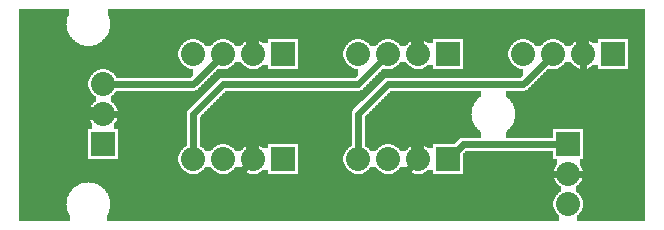
<source format=gbl>
G04 MADE WITH FRITZING*
G04 WWW.FRITZING.ORG*
G04 DOUBLE SIDED*
G04 HOLES PLATED*
G04 CONTOUR ON CENTER OF CONTOUR VECTOR*
%ASAXBY*%
%FSLAX23Y23*%
%MOIN*%
%OFA0B0*%
%SFA1.0B1.0*%
%ADD10C,0.075000*%
%ADD11C,0.080000*%
%ADD12R,0.080000X0.080000*%
%ADD13C,0.024000*%
%LNCOPPER0*%
G90*
G70*
G54D10*
X107Y691D03*
X1298Y409D03*
G54D11*
X2020Y597D03*
X1920Y597D03*
X1820Y597D03*
X1720Y597D03*
X1470Y247D03*
X1370Y247D03*
X1270Y247D03*
X1170Y247D03*
X1470Y597D03*
X1370Y597D03*
X1270Y597D03*
X1170Y597D03*
X920Y247D03*
X820Y247D03*
X720Y247D03*
X620Y247D03*
X920Y597D03*
X820Y597D03*
X720Y597D03*
X620Y597D03*
X320Y297D03*
X320Y397D03*
X320Y497D03*
X1870Y297D03*
X1870Y197D03*
X1870Y97D03*
G54D12*
X2020Y597D03*
X1470Y247D03*
X1470Y597D03*
X920Y247D03*
X920Y597D03*
X320Y297D03*
X1870Y297D03*
G54D13*
X620Y497D02*
X698Y575D01*
D02*
X351Y497D02*
X620Y497D01*
D02*
X720Y497D02*
X1169Y497D01*
D02*
X1169Y497D02*
X1248Y576D01*
D02*
X620Y279D02*
X620Y398D01*
D02*
X620Y398D02*
X720Y497D01*
D02*
X1270Y497D02*
X1720Y497D01*
D02*
X1720Y497D02*
X1798Y575D01*
D02*
X1169Y398D02*
X1270Y497D01*
D02*
X1170Y279D02*
X1169Y398D01*
D02*
X1970Y398D02*
X1920Y448D01*
D02*
X1901Y198D02*
X1970Y198D01*
D02*
X1970Y198D02*
X1970Y398D01*
D02*
X1920Y448D02*
X1920Y566D01*
D02*
X1520Y297D02*
X1839Y297D01*
D02*
X1492Y269D02*
X1520Y297D01*
D02*
X620Y147D02*
X720Y147D01*
D02*
X720Y147D02*
X798Y225D01*
D02*
X371Y398D02*
X620Y147D01*
D02*
X351Y398D02*
X371Y398D01*
D02*
X720Y147D02*
X1270Y147D01*
D02*
X1270Y147D02*
X1348Y225D01*
D02*
X1670Y147D02*
X1270Y147D01*
D02*
X1839Y198D02*
X1720Y198D01*
D02*
X1720Y198D02*
X1670Y147D01*
G36*
X40Y747D02*
X40Y625D01*
X254Y625D01*
X254Y627D01*
X248Y627D01*
X248Y629D01*
X242Y629D01*
X242Y631D01*
X238Y631D01*
X238Y633D01*
X234Y633D01*
X234Y635D01*
X232Y635D01*
X232Y637D01*
X228Y637D01*
X228Y639D01*
X226Y639D01*
X226Y641D01*
X224Y641D01*
X224Y643D01*
X220Y643D01*
X220Y645D01*
X218Y645D01*
X218Y647D01*
X216Y647D01*
X216Y651D01*
X214Y651D01*
X214Y653D01*
X212Y653D01*
X212Y655D01*
X210Y655D01*
X210Y659D01*
X208Y659D01*
X208Y661D01*
X206Y661D01*
X206Y665D01*
X204Y665D01*
X204Y669D01*
X202Y669D01*
X202Y675D01*
X200Y675D01*
X200Y681D01*
X198Y681D01*
X198Y695D01*
X196Y695D01*
X196Y699D01*
X198Y699D01*
X198Y713D01*
X200Y713D01*
X200Y721D01*
X202Y721D01*
X202Y725D01*
X204Y725D01*
X204Y747D01*
X40Y747D01*
G37*
D02*
G36*
X336Y747D02*
X336Y725D01*
X338Y725D01*
X338Y719D01*
X340Y719D01*
X340Y713D01*
X342Y713D01*
X342Y681D01*
X340Y681D01*
X340Y675D01*
X338Y675D01*
X338Y669D01*
X336Y669D01*
X336Y665D01*
X334Y665D01*
X334Y661D01*
X332Y661D01*
X332Y659D01*
X330Y659D01*
X330Y655D01*
X328Y655D01*
X328Y653D01*
X326Y653D01*
X326Y651D01*
X324Y651D01*
X324Y649D01*
X322Y649D01*
X322Y647D01*
X2070Y647D01*
X2070Y547D01*
X2124Y547D01*
X2124Y747D01*
X336Y747D01*
G37*
D02*
G36*
X320Y647D02*
X320Y645D01*
X318Y645D01*
X318Y643D01*
X316Y643D01*
X316Y641D01*
X314Y641D01*
X314Y639D01*
X312Y639D01*
X312Y637D01*
X308Y637D01*
X308Y635D01*
X306Y635D01*
X306Y633D01*
X302Y633D01*
X302Y631D01*
X298Y631D01*
X298Y629D01*
X292Y629D01*
X292Y627D01*
X286Y627D01*
X286Y625D01*
X580Y625D01*
X580Y627D01*
X582Y627D01*
X582Y629D01*
X584Y629D01*
X584Y631D01*
X586Y631D01*
X586Y633D01*
X588Y633D01*
X588Y635D01*
X590Y635D01*
X590Y637D01*
X594Y637D01*
X594Y639D01*
X596Y639D01*
X596Y641D01*
X600Y641D01*
X600Y643D01*
X604Y643D01*
X604Y645D01*
X610Y645D01*
X610Y647D01*
X320Y647D01*
G37*
D02*
G36*
X628Y647D02*
X628Y645D01*
X636Y645D01*
X636Y643D01*
X640Y643D01*
X640Y641D01*
X642Y641D01*
X642Y639D01*
X646Y639D01*
X646Y637D01*
X648Y637D01*
X648Y635D01*
X652Y635D01*
X652Y633D01*
X654Y633D01*
X654Y631D01*
X656Y631D01*
X656Y629D01*
X658Y629D01*
X658Y625D01*
X660Y625D01*
X660Y623D01*
X680Y623D01*
X680Y627D01*
X682Y627D01*
X682Y629D01*
X684Y629D01*
X684Y631D01*
X686Y631D01*
X686Y633D01*
X688Y633D01*
X688Y635D01*
X690Y635D01*
X690Y637D01*
X694Y637D01*
X694Y639D01*
X696Y639D01*
X696Y641D01*
X700Y641D01*
X700Y643D01*
X704Y643D01*
X704Y645D01*
X710Y645D01*
X710Y647D01*
X628Y647D01*
G37*
D02*
G36*
X728Y647D02*
X728Y645D01*
X736Y645D01*
X736Y643D01*
X740Y643D01*
X740Y641D01*
X742Y641D01*
X742Y639D01*
X746Y639D01*
X746Y637D01*
X748Y637D01*
X748Y635D01*
X752Y635D01*
X752Y633D01*
X754Y633D01*
X754Y631D01*
X756Y631D01*
X756Y629D01*
X758Y629D01*
X758Y625D01*
X760Y625D01*
X760Y623D01*
X780Y623D01*
X780Y627D01*
X782Y627D01*
X782Y629D01*
X784Y629D01*
X784Y631D01*
X786Y631D01*
X786Y633D01*
X788Y633D01*
X788Y635D01*
X790Y635D01*
X790Y637D01*
X794Y637D01*
X794Y639D01*
X796Y639D01*
X796Y641D01*
X800Y641D01*
X800Y643D01*
X804Y643D01*
X804Y645D01*
X810Y645D01*
X810Y647D01*
X728Y647D01*
G37*
D02*
G36*
X828Y647D02*
X828Y645D01*
X836Y645D01*
X836Y643D01*
X840Y643D01*
X840Y641D01*
X842Y641D01*
X842Y639D01*
X846Y639D01*
X846Y637D01*
X848Y637D01*
X848Y635D01*
X870Y635D01*
X870Y647D01*
X828Y647D01*
G37*
D02*
G36*
X970Y647D02*
X970Y547D01*
X1162Y547D01*
X1162Y549D01*
X1156Y549D01*
X1156Y551D01*
X1150Y551D01*
X1150Y553D01*
X1148Y553D01*
X1148Y555D01*
X1144Y555D01*
X1144Y557D01*
X1142Y557D01*
X1142Y559D01*
X1138Y559D01*
X1138Y561D01*
X1136Y561D01*
X1136Y563D01*
X1134Y563D01*
X1134Y565D01*
X1132Y565D01*
X1132Y569D01*
X1130Y569D01*
X1130Y571D01*
X1128Y571D01*
X1128Y575D01*
X1126Y575D01*
X1126Y577D01*
X1124Y577D01*
X1124Y581D01*
X1122Y581D01*
X1122Y589D01*
X1120Y589D01*
X1120Y607D01*
X1122Y607D01*
X1122Y613D01*
X1124Y613D01*
X1124Y617D01*
X1126Y617D01*
X1126Y621D01*
X1128Y621D01*
X1128Y623D01*
X1130Y623D01*
X1130Y627D01*
X1132Y627D01*
X1132Y629D01*
X1134Y629D01*
X1134Y631D01*
X1136Y631D01*
X1136Y633D01*
X1138Y633D01*
X1138Y635D01*
X1140Y635D01*
X1140Y637D01*
X1144Y637D01*
X1144Y639D01*
X1146Y639D01*
X1146Y641D01*
X1150Y641D01*
X1150Y643D01*
X1154Y643D01*
X1154Y645D01*
X1160Y645D01*
X1160Y647D01*
X970Y647D01*
G37*
D02*
G36*
X1178Y647D02*
X1178Y645D01*
X1186Y645D01*
X1186Y643D01*
X1190Y643D01*
X1190Y641D01*
X1192Y641D01*
X1192Y639D01*
X1196Y639D01*
X1196Y637D01*
X1198Y637D01*
X1198Y635D01*
X1202Y635D01*
X1202Y633D01*
X1204Y633D01*
X1204Y631D01*
X1206Y631D01*
X1206Y629D01*
X1208Y629D01*
X1208Y625D01*
X1210Y625D01*
X1210Y623D01*
X1230Y623D01*
X1230Y627D01*
X1232Y627D01*
X1232Y629D01*
X1234Y629D01*
X1234Y631D01*
X1236Y631D01*
X1236Y633D01*
X1238Y633D01*
X1238Y635D01*
X1240Y635D01*
X1240Y637D01*
X1244Y637D01*
X1244Y639D01*
X1246Y639D01*
X1246Y641D01*
X1250Y641D01*
X1250Y643D01*
X1254Y643D01*
X1254Y645D01*
X1260Y645D01*
X1260Y647D01*
X1178Y647D01*
G37*
D02*
G36*
X1278Y647D02*
X1278Y645D01*
X1286Y645D01*
X1286Y643D01*
X1290Y643D01*
X1290Y641D01*
X1292Y641D01*
X1292Y639D01*
X1296Y639D01*
X1296Y637D01*
X1298Y637D01*
X1298Y635D01*
X1302Y635D01*
X1302Y633D01*
X1304Y633D01*
X1304Y631D01*
X1306Y631D01*
X1306Y629D01*
X1308Y629D01*
X1308Y625D01*
X1310Y625D01*
X1310Y623D01*
X1330Y623D01*
X1330Y627D01*
X1332Y627D01*
X1332Y629D01*
X1334Y629D01*
X1334Y631D01*
X1336Y631D01*
X1336Y633D01*
X1338Y633D01*
X1338Y635D01*
X1340Y635D01*
X1340Y637D01*
X1344Y637D01*
X1344Y639D01*
X1346Y639D01*
X1346Y641D01*
X1350Y641D01*
X1350Y643D01*
X1354Y643D01*
X1354Y645D01*
X1360Y645D01*
X1360Y647D01*
X1278Y647D01*
G37*
D02*
G36*
X1378Y647D02*
X1378Y645D01*
X1386Y645D01*
X1386Y643D01*
X1390Y643D01*
X1390Y641D01*
X1392Y641D01*
X1392Y639D01*
X1396Y639D01*
X1396Y637D01*
X1398Y637D01*
X1398Y635D01*
X1420Y635D01*
X1420Y647D01*
X1378Y647D01*
G37*
D02*
G36*
X1520Y647D02*
X1520Y547D01*
X1712Y547D01*
X1712Y549D01*
X1706Y549D01*
X1706Y551D01*
X1700Y551D01*
X1700Y553D01*
X1698Y553D01*
X1698Y555D01*
X1694Y555D01*
X1694Y557D01*
X1692Y557D01*
X1692Y559D01*
X1688Y559D01*
X1688Y561D01*
X1686Y561D01*
X1686Y563D01*
X1684Y563D01*
X1684Y565D01*
X1682Y565D01*
X1682Y569D01*
X1680Y569D01*
X1680Y571D01*
X1678Y571D01*
X1678Y575D01*
X1676Y575D01*
X1676Y577D01*
X1674Y577D01*
X1674Y581D01*
X1672Y581D01*
X1672Y589D01*
X1670Y589D01*
X1670Y607D01*
X1672Y607D01*
X1672Y613D01*
X1674Y613D01*
X1674Y617D01*
X1676Y617D01*
X1676Y621D01*
X1678Y621D01*
X1678Y623D01*
X1680Y623D01*
X1680Y627D01*
X1682Y627D01*
X1682Y629D01*
X1684Y629D01*
X1684Y631D01*
X1686Y631D01*
X1686Y633D01*
X1688Y633D01*
X1688Y635D01*
X1690Y635D01*
X1690Y637D01*
X1694Y637D01*
X1694Y639D01*
X1696Y639D01*
X1696Y641D01*
X1700Y641D01*
X1700Y643D01*
X1704Y643D01*
X1704Y645D01*
X1710Y645D01*
X1710Y647D01*
X1520Y647D01*
G37*
D02*
G36*
X1728Y647D02*
X1728Y645D01*
X1736Y645D01*
X1736Y643D01*
X1740Y643D01*
X1740Y641D01*
X1742Y641D01*
X1742Y639D01*
X1746Y639D01*
X1746Y637D01*
X1748Y637D01*
X1748Y635D01*
X1752Y635D01*
X1752Y633D01*
X1754Y633D01*
X1754Y631D01*
X1756Y631D01*
X1756Y629D01*
X1758Y629D01*
X1758Y625D01*
X1760Y625D01*
X1760Y623D01*
X1780Y623D01*
X1780Y627D01*
X1782Y627D01*
X1782Y629D01*
X1784Y629D01*
X1784Y631D01*
X1786Y631D01*
X1786Y633D01*
X1788Y633D01*
X1788Y635D01*
X1790Y635D01*
X1790Y637D01*
X1794Y637D01*
X1794Y639D01*
X1796Y639D01*
X1796Y641D01*
X1800Y641D01*
X1800Y643D01*
X1804Y643D01*
X1804Y645D01*
X1810Y645D01*
X1810Y647D01*
X1728Y647D01*
G37*
D02*
G36*
X1828Y647D02*
X1828Y645D01*
X1836Y645D01*
X1836Y643D01*
X1840Y643D01*
X1840Y641D01*
X1842Y641D01*
X1842Y639D01*
X1846Y639D01*
X1846Y637D01*
X1848Y637D01*
X1848Y635D01*
X1852Y635D01*
X1852Y633D01*
X1854Y633D01*
X1854Y631D01*
X1856Y631D01*
X1856Y629D01*
X1858Y629D01*
X1858Y625D01*
X1860Y625D01*
X1860Y623D01*
X1880Y623D01*
X1880Y627D01*
X1882Y627D01*
X1882Y629D01*
X1884Y629D01*
X1884Y631D01*
X1886Y631D01*
X1886Y633D01*
X1888Y633D01*
X1888Y635D01*
X1890Y635D01*
X1890Y637D01*
X1894Y637D01*
X1894Y639D01*
X1896Y639D01*
X1896Y641D01*
X1900Y641D01*
X1900Y643D01*
X1904Y643D01*
X1904Y645D01*
X1910Y645D01*
X1910Y647D01*
X1828Y647D01*
G37*
D02*
G36*
X1928Y647D02*
X1928Y645D01*
X1936Y645D01*
X1936Y643D01*
X1940Y643D01*
X1940Y641D01*
X1942Y641D01*
X1942Y639D01*
X1946Y639D01*
X1946Y637D01*
X1948Y637D01*
X1948Y635D01*
X1970Y635D01*
X1970Y647D01*
X1928Y647D01*
G37*
D02*
G36*
X40Y625D02*
X40Y623D01*
X580Y623D01*
X580Y625D01*
X40Y625D01*
G37*
D02*
G36*
X40Y625D02*
X40Y623D01*
X580Y623D01*
X580Y625D01*
X40Y625D01*
G37*
D02*
G36*
X40Y623D02*
X40Y547D01*
X328Y547D01*
X328Y545D01*
X336Y545D01*
X336Y543D01*
X340Y543D01*
X340Y541D01*
X342Y541D01*
X342Y539D01*
X346Y539D01*
X346Y537D01*
X348Y537D01*
X348Y535D01*
X352Y535D01*
X352Y533D01*
X354Y533D01*
X354Y531D01*
X356Y531D01*
X356Y529D01*
X358Y529D01*
X358Y525D01*
X360Y525D01*
X360Y523D01*
X362Y523D01*
X362Y519D01*
X612Y519D01*
X612Y521D01*
X614Y521D01*
X614Y523D01*
X616Y523D01*
X616Y525D01*
X618Y525D01*
X618Y527D01*
X620Y527D01*
X620Y547D01*
X612Y547D01*
X612Y549D01*
X606Y549D01*
X606Y551D01*
X600Y551D01*
X600Y553D01*
X598Y553D01*
X598Y555D01*
X594Y555D01*
X594Y557D01*
X592Y557D01*
X592Y559D01*
X588Y559D01*
X588Y561D01*
X586Y561D01*
X586Y563D01*
X584Y563D01*
X584Y565D01*
X582Y565D01*
X582Y569D01*
X580Y569D01*
X580Y571D01*
X578Y571D01*
X578Y575D01*
X576Y575D01*
X576Y577D01*
X574Y577D01*
X574Y581D01*
X572Y581D01*
X572Y589D01*
X570Y589D01*
X570Y607D01*
X572Y607D01*
X572Y613D01*
X574Y613D01*
X574Y617D01*
X576Y617D01*
X576Y621D01*
X578Y621D01*
X578Y623D01*
X40Y623D01*
G37*
D02*
G36*
X760Y571D02*
X760Y569D01*
X758Y569D01*
X758Y567D01*
X756Y567D01*
X756Y563D01*
X754Y563D01*
X754Y561D01*
X750Y561D01*
X750Y559D01*
X748Y559D01*
X748Y557D01*
X746Y557D01*
X746Y555D01*
X742Y555D01*
X742Y553D01*
X740Y553D01*
X740Y551D01*
X734Y551D01*
X734Y549D01*
X728Y549D01*
X728Y547D01*
X812Y547D01*
X812Y549D01*
X806Y549D01*
X806Y551D01*
X800Y551D01*
X800Y553D01*
X798Y553D01*
X798Y555D01*
X794Y555D01*
X794Y557D01*
X792Y557D01*
X792Y559D01*
X788Y559D01*
X788Y561D01*
X786Y561D01*
X786Y563D01*
X784Y563D01*
X784Y565D01*
X782Y565D01*
X782Y569D01*
X780Y569D01*
X780Y571D01*
X760Y571D01*
G37*
D02*
G36*
X1310Y571D02*
X1310Y569D01*
X1308Y569D01*
X1308Y567D01*
X1306Y567D01*
X1306Y563D01*
X1304Y563D01*
X1304Y561D01*
X1300Y561D01*
X1300Y559D01*
X1298Y559D01*
X1298Y557D01*
X1296Y557D01*
X1296Y555D01*
X1292Y555D01*
X1292Y553D01*
X1290Y553D01*
X1290Y551D01*
X1284Y551D01*
X1284Y549D01*
X1278Y549D01*
X1278Y547D01*
X1362Y547D01*
X1362Y549D01*
X1356Y549D01*
X1356Y551D01*
X1350Y551D01*
X1350Y553D01*
X1348Y553D01*
X1348Y555D01*
X1344Y555D01*
X1344Y557D01*
X1342Y557D01*
X1342Y559D01*
X1338Y559D01*
X1338Y561D01*
X1336Y561D01*
X1336Y563D01*
X1334Y563D01*
X1334Y565D01*
X1332Y565D01*
X1332Y569D01*
X1330Y569D01*
X1330Y571D01*
X1310Y571D01*
G37*
D02*
G36*
X1860Y571D02*
X1860Y569D01*
X1858Y569D01*
X1858Y567D01*
X1856Y567D01*
X1856Y563D01*
X1854Y563D01*
X1854Y561D01*
X1850Y561D01*
X1850Y559D01*
X1848Y559D01*
X1848Y557D01*
X1846Y557D01*
X1846Y555D01*
X1842Y555D01*
X1842Y553D01*
X1840Y553D01*
X1840Y551D01*
X1834Y551D01*
X1834Y549D01*
X1828Y549D01*
X1828Y547D01*
X1912Y547D01*
X1912Y549D01*
X1906Y549D01*
X1906Y551D01*
X1900Y551D01*
X1900Y553D01*
X1898Y553D01*
X1898Y555D01*
X1894Y555D01*
X1894Y557D01*
X1892Y557D01*
X1892Y559D01*
X1888Y559D01*
X1888Y561D01*
X1886Y561D01*
X1886Y563D01*
X1884Y563D01*
X1884Y565D01*
X1882Y565D01*
X1882Y569D01*
X1880Y569D01*
X1880Y571D01*
X1860Y571D01*
G37*
D02*
G36*
X850Y561D02*
X850Y559D01*
X848Y559D01*
X848Y557D01*
X846Y557D01*
X846Y555D01*
X842Y555D01*
X842Y553D01*
X840Y553D01*
X840Y551D01*
X834Y551D01*
X834Y549D01*
X828Y549D01*
X828Y547D01*
X870Y547D01*
X870Y561D01*
X850Y561D01*
G37*
D02*
G36*
X1400Y561D02*
X1400Y559D01*
X1398Y559D01*
X1398Y557D01*
X1396Y557D01*
X1396Y555D01*
X1392Y555D01*
X1392Y553D01*
X1390Y553D01*
X1390Y551D01*
X1384Y551D01*
X1384Y549D01*
X1378Y549D01*
X1378Y547D01*
X1420Y547D01*
X1420Y561D01*
X1400Y561D01*
G37*
D02*
G36*
X1950Y561D02*
X1950Y559D01*
X1948Y559D01*
X1948Y557D01*
X1946Y557D01*
X1946Y555D01*
X1942Y555D01*
X1942Y553D01*
X1940Y553D01*
X1940Y551D01*
X1934Y551D01*
X1934Y549D01*
X1928Y549D01*
X1928Y547D01*
X1970Y547D01*
X1970Y561D01*
X1950Y561D01*
G37*
D02*
G36*
X40Y547D02*
X40Y247D01*
X270Y247D01*
X270Y347D01*
X282Y347D01*
X282Y369D01*
X280Y369D01*
X280Y371D01*
X278Y371D01*
X278Y375D01*
X276Y375D01*
X276Y377D01*
X274Y377D01*
X274Y381D01*
X272Y381D01*
X272Y389D01*
X270Y389D01*
X270Y407D01*
X272Y407D01*
X272Y413D01*
X274Y413D01*
X274Y417D01*
X276Y417D01*
X276Y421D01*
X278Y421D01*
X278Y423D01*
X280Y423D01*
X280Y427D01*
X282Y427D01*
X282Y429D01*
X284Y429D01*
X284Y431D01*
X286Y431D01*
X286Y433D01*
X288Y433D01*
X288Y435D01*
X290Y435D01*
X290Y437D01*
X294Y437D01*
X294Y457D01*
X292Y457D01*
X292Y459D01*
X288Y459D01*
X288Y461D01*
X286Y461D01*
X286Y463D01*
X284Y463D01*
X284Y465D01*
X282Y465D01*
X282Y469D01*
X280Y469D01*
X280Y471D01*
X278Y471D01*
X278Y475D01*
X276Y475D01*
X276Y477D01*
X274Y477D01*
X274Y481D01*
X272Y481D01*
X272Y489D01*
X270Y489D01*
X270Y507D01*
X272Y507D01*
X272Y513D01*
X274Y513D01*
X274Y517D01*
X276Y517D01*
X276Y521D01*
X278Y521D01*
X278Y523D01*
X280Y523D01*
X280Y527D01*
X282Y527D01*
X282Y529D01*
X284Y529D01*
X284Y531D01*
X286Y531D01*
X286Y533D01*
X288Y533D01*
X288Y535D01*
X290Y535D01*
X290Y537D01*
X294Y537D01*
X294Y539D01*
X296Y539D01*
X296Y541D01*
X300Y541D01*
X300Y543D01*
X304Y543D01*
X304Y545D01*
X310Y545D01*
X310Y547D01*
X40Y547D01*
G37*
D02*
G36*
X700Y547D02*
X700Y545D01*
X1170Y545D01*
X1170Y547D01*
X700Y547D01*
G37*
D02*
G36*
X700Y547D02*
X700Y545D01*
X1170Y545D01*
X1170Y547D01*
X700Y547D01*
G37*
D02*
G36*
X700Y547D02*
X700Y545D01*
X1170Y545D01*
X1170Y547D01*
X700Y547D01*
G37*
D02*
G36*
X1250Y547D02*
X1250Y545D01*
X1720Y545D01*
X1720Y547D01*
X1250Y547D01*
G37*
D02*
G36*
X1250Y547D02*
X1250Y545D01*
X1720Y545D01*
X1720Y547D01*
X1250Y547D01*
G37*
D02*
G36*
X1250Y547D02*
X1250Y545D01*
X1720Y545D01*
X1720Y547D01*
X1250Y547D01*
G37*
D02*
G36*
X1800Y547D02*
X1800Y545D01*
X2124Y545D01*
X2124Y547D01*
X1800Y547D01*
G37*
D02*
G36*
X1800Y547D02*
X1800Y545D01*
X2124Y545D01*
X2124Y547D01*
X1800Y547D01*
G37*
D02*
G36*
X1800Y547D02*
X1800Y545D01*
X2124Y545D01*
X2124Y547D01*
X1800Y547D01*
G37*
D02*
G36*
X698Y545D02*
X698Y543D01*
X696Y543D01*
X696Y541D01*
X694Y541D01*
X694Y539D01*
X692Y539D01*
X692Y537D01*
X690Y537D01*
X690Y535D01*
X688Y535D01*
X688Y533D01*
X686Y533D01*
X686Y531D01*
X684Y531D01*
X684Y529D01*
X682Y529D01*
X682Y527D01*
X680Y527D01*
X680Y525D01*
X678Y525D01*
X678Y523D01*
X676Y523D01*
X676Y521D01*
X674Y521D01*
X674Y519D01*
X672Y519D01*
X672Y517D01*
X670Y517D01*
X670Y515D01*
X668Y515D01*
X668Y513D01*
X666Y513D01*
X666Y511D01*
X664Y511D01*
X664Y509D01*
X662Y509D01*
X662Y507D01*
X660Y507D01*
X660Y505D01*
X658Y505D01*
X658Y503D01*
X656Y503D01*
X656Y501D01*
X654Y501D01*
X654Y499D01*
X652Y499D01*
X652Y497D01*
X650Y497D01*
X650Y495D01*
X648Y495D01*
X648Y493D01*
X646Y493D01*
X646Y491D01*
X644Y491D01*
X644Y489D01*
X642Y489D01*
X642Y487D01*
X640Y487D01*
X640Y485D01*
X638Y485D01*
X638Y483D01*
X636Y483D01*
X636Y481D01*
X634Y481D01*
X634Y479D01*
X632Y479D01*
X632Y477D01*
X626Y477D01*
X626Y475D01*
X362Y475D01*
X362Y471D01*
X360Y471D01*
X360Y469D01*
X358Y469D01*
X358Y467D01*
X356Y467D01*
X356Y463D01*
X354Y463D01*
X354Y461D01*
X350Y461D01*
X350Y459D01*
X348Y459D01*
X348Y457D01*
X346Y457D01*
X346Y437D01*
X348Y437D01*
X348Y435D01*
X352Y435D01*
X352Y433D01*
X354Y433D01*
X354Y431D01*
X356Y431D01*
X356Y429D01*
X358Y429D01*
X358Y425D01*
X360Y425D01*
X360Y423D01*
X362Y423D01*
X362Y419D01*
X364Y419D01*
X364Y417D01*
X366Y417D01*
X366Y411D01*
X368Y411D01*
X368Y405D01*
X370Y405D01*
X370Y389D01*
X368Y389D01*
X368Y383D01*
X366Y383D01*
X366Y377D01*
X364Y377D01*
X364Y375D01*
X362Y375D01*
X362Y371D01*
X360Y371D01*
X360Y369D01*
X358Y369D01*
X358Y367D01*
X356Y367D01*
X356Y347D01*
X370Y347D01*
X370Y247D01*
X570Y247D01*
X570Y257D01*
X572Y257D01*
X572Y263D01*
X574Y263D01*
X574Y267D01*
X576Y267D01*
X576Y271D01*
X578Y271D01*
X578Y273D01*
X580Y273D01*
X580Y277D01*
X582Y277D01*
X582Y279D01*
X584Y279D01*
X584Y281D01*
X586Y281D01*
X586Y283D01*
X588Y283D01*
X588Y285D01*
X590Y285D01*
X590Y287D01*
X594Y287D01*
X594Y289D01*
X596Y289D01*
X596Y291D01*
X598Y291D01*
X598Y403D01*
X600Y403D01*
X600Y409D01*
X602Y409D01*
X602Y411D01*
X604Y411D01*
X604Y413D01*
X606Y413D01*
X606Y415D01*
X608Y415D01*
X608Y417D01*
X610Y417D01*
X610Y419D01*
X612Y419D01*
X612Y421D01*
X614Y421D01*
X614Y423D01*
X616Y423D01*
X616Y425D01*
X618Y425D01*
X618Y427D01*
X620Y427D01*
X620Y429D01*
X622Y429D01*
X622Y431D01*
X624Y431D01*
X624Y433D01*
X626Y433D01*
X626Y435D01*
X628Y435D01*
X628Y437D01*
X630Y437D01*
X630Y439D01*
X632Y439D01*
X632Y441D01*
X634Y441D01*
X634Y443D01*
X636Y443D01*
X636Y445D01*
X638Y445D01*
X638Y447D01*
X640Y447D01*
X640Y449D01*
X642Y449D01*
X642Y451D01*
X644Y451D01*
X644Y453D01*
X646Y453D01*
X646Y455D01*
X648Y455D01*
X648Y457D01*
X650Y457D01*
X650Y459D01*
X652Y459D01*
X652Y461D01*
X654Y461D01*
X654Y463D01*
X656Y463D01*
X656Y465D01*
X658Y465D01*
X658Y467D01*
X660Y467D01*
X660Y469D01*
X662Y469D01*
X662Y471D01*
X664Y471D01*
X664Y473D01*
X666Y473D01*
X666Y475D01*
X668Y475D01*
X668Y477D01*
X670Y477D01*
X670Y479D01*
X672Y479D01*
X672Y481D01*
X674Y481D01*
X674Y483D01*
X676Y483D01*
X676Y485D01*
X678Y485D01*
X678Y487D01*
X680Y487D01*
X680Y489D01*
X682Y489D01*
X682Y491D01*
X684Y491D01*
X684Y493D01*
X686Y493D01*
X686Y495D01*
X688Y495D01*
X688Y497D01*
X690Y497D01*
X690Y499D01*
X692Y499D01*
X692Y501D01*
X694Y501D01*
X694Y503D01*
X696Y503D01*
X696Y505D01*
X698Y505D01*
X698Y507D01*
X700Y507D01*
X700Y509D01*
X702Y509D01*
X702Y511D01*
X704Y511D01*
X704Y513D01*
X706Y513D01*
X706Y515D01*
X708Y515D01*
X708Y517D01*
X714Y517D01*
X714Y519D01*
X1162Y519D01*
X1162Y521D01*
X1164Y521D01*
X1164Y523D01*
X1166Y523D01*
X1166Y525D01*
X1168Y525D01*
X1168Y527D01*
X1170Y527D01*
X1170Y545D01*
X698Y545D01*
G37*
D02*
G36*
X1248Y545D02*
X1248Y543D01*
X1246Y543D01*
X1246Y541D01*
X1244Y541D01*
X1244Y539D01*
X1242Y539D01*
X1242Y537D01*
X1240Y537D01*
X1240Y535D01*
X1238Y535D01*
X1238Y533D01*
X1236Y533D01*
X1236Y531D01*
X1234Y531D01*
X1234Y529D01*
X1232Y529D01*
X1232Y527D01*
X1230Y527D01*
X1230Y525D01*
X1228Y525D01*
X1228Y523D01*
X1226Y523D01*
X1226Y521D01*
X1224Y521D01*
X1224Y519D01*
X1222Y519D01*
X1222Y517D01*
X1220Y517D01*
X1220Y515D01*
X1218Y515D01*
X1218Y513D01*
X1216Y513D01*
X1216Y511D01*
X1214Y511D01*
X1214Y509D01*
X1212Y509D01*
X1212Y507D01*
X1210Y507D01*
X1210Y505D01*
X1208Y505D01*
X1208Y503D01*
X1206Y503D01*
X1206Y501D01*
X1204Y501D01*
X1204Y499D01*
X1202Y499D01*
X1202Y497D01*
X1200Y497D01*
X1200Y495D01*
X1198Y495D01*
X1198Y493D01*
X1196Y493D01*
X1196Y491D01*
X1194Y491D01*
X1194Y489D01*
X1192Y489D01*
X1192Y487D01*
X1190Y487D01*
X1190Y485D01*
X1188Y485D01*
X1188Y483D01*
X1186Y483D01*
X1186Y481D01*
X1184Y481D01*
X1184Y479D01*
X1180Y479D01*
X1180Y477D01*
X1176Y477D01*
X1176Y475D01*
X728Y475D01*
X728Y473D01*
X726Y473D01*
X726Y471D01*
X724Y471D01*
X724Y469D01*
X722Y469D01*
X722Y467D01*
X720Y467D01*
X720Y465D01*
X718Y465D01*
X718Y463D01*
X716Y463D01*
X716Y461D01*
X714Y461D01*
X714Y459D01*
X712Y459D01*
X712Y457D01*
X710Y457D01*
X710Y455D01*
X708Y455D01*
X708Y453D01*
X706Y453D01*
X706Y451D01*
X704Y451D01*
X704Y449D01*
X702Y449D01*
X702Y447D01*
X700Y447D01*
X700Y445D01*
X698Y445D01*
X698Y443D01*
X696Y443D01*
X696Y441D01*
X694Y441D01*
X694Y439D01*
X692Y439D01*
X692Y437D01*
X690Y437D01*
X690Y435D01*
X688Y435D01*
X688Y433D01*
X686Y433D01*
X686Y431D01*
X684Y431D01*
X684Y429D01*
X682Y429D01*
X682Y427D01*
X680Y427D01*
X680Y425D01*
X678Y425D01*
X678Y423D01*
X676Y423D01*
X676Y421D01*
X674Y421D01*
X674Y419D01*
X672Y419D01*
X672Y417D01*
X670Y417D01*
X670Y415D01*
X668Y415D01*
X668Y413D01*
X666Y413D01*
X666Y411D01*
X664Y411D01*
X664Y409D01*
X662Y409D01*
X662Y407D01*
X660Y407D01*
X660Y405D01*
X658Y405D01*
X658Y403D01*
X656Y403D01*
X656Y401D01*
X654Y401D01*
X654Y399D01*
X652Y399D01*
X652Y397D01*
X650Y397D01*
X650Y395D01*
X648Y395D01*
X648Y393D01*
X646Y393D01*
X646Y391D01*
X644Y391D01*
X644Y389D01*
X642Y389D01*
X642Y297D01*
X970Y297D01*
X970Y197D01*
X1162Y197D01*
X1162Y199D01*
X1156Y199D01*
X1156Y201D01*
X1150Y201D01*
X1150Y203D01*
X1148Y203D01*
X1148Y205D01*
X1144Y205D01*
X1144Y207D01*
X1142Y207D01*
X1142Y209D01*
X1138Y209D01*
X1138Y211D01*
X1136Y211D01*
X1136Y213D01*
X1134Y213D01*
X1134Y215D01*
X1132Y215D01*
X1132Y219D01*
X1130Y219D01*
X1130Y221D01*
X1128Y221D01*
X1128Y225D01*
X1126Y225D01*
X1126Y227D01*
X1124Y227D01*
X1124Y231D01*
X1122Y231D01*
X1122Y239D01*
X1120Y239D01*
X1120Y257D01*
X1122Y257D01*
X1122Y263D01*
X1124Y263D01*
X1124Y267D01*
X1126Y267D01*
X1126Y271D01*
X1128Y271D01*
X1128Y273D01*
X1130Y273D01*
X1130Y277D01*
X1132Y277D01*
X1132Y279D01*
X1134Y279D01*
X1134Y281D01*
X1136Y281D01*
X1136Y283D01*
X1138Y283D01*
X1138Y285D01*
X1140Y285D01*
X1140Y287D01*
X1144Y287D01*
X1144Y289D01*
X1146Y289D01*
X1146Y291D01*
X1148Y291D01*
X1148Y405D01*
X1150Y405D01*
X1150Y409D01*
X1152Y409D01*
X1152Y413D01*
X1154Y413D01*
X1154Y415D01*
X1156Y415D01*
X1156Y417D01*
X1158Y417D01*
X1158Y419D01*
X1160Y419D01*
X1160Y421D01*
X1162Y421D01*
X1162Y423D01*
X1164Y423D01*
X1164Y425D01*
X1166Y425D01*
X1166Y427D01*
X1168Y427D01*
X1168Y429D01*
X1170Y429D01*
X1170Y431D01*
X1172Y431D01*
X1172Y433D01*
X1174Y433D01*
X1174Y435D01*
X1176Y435D01*
X1176Y437D01*
X1178Y437D01*
X1178Y439D01*
X1180Y439D01*
X1180Y441D01*
X1184Y441D01*
X1184Y443D01*
X1186Y443D01*
X1186Y445D01*
X1188Y445D01*
X1188Y447D01*
X1190Y447D01*
X1190Y449D01*
X1192Y449D01*
X1192Y451D01*
X1194Y451D01*
X1194Y453D01*
X1196Y453D01*
X1196Y455D01*
X1198Y455D01*
X1198Y457D01*
X1200Y457D01*
X1200Y459D01*
X1202Y459D01*
X1202Y461D01*
X1204Y461D01*
X1204Y463D01*
X1206Y463D01*
X1206Y465D01*
X1208Y465D01*
X1208Y467D01*
X1210Y467D01*
X1210Y469D01*
X1212Y469D01*
X1212Y471D01*
X1214Y471D01*
X1214Y473D01*
X1216Y473D01*
X1216Y475D01*
X1218Y475D01*
X1218Y477D01*
X1220Y477D01*
X1220Y479D01*
X1222Y479D01*
X1222Y481D01*
X1224Y481D01*
X1224Y483D01*
X1226Y483D01*
X1226Y485D01*
X1228Y485D01*
X1228Y487D01*
X1230Y487D01*
X1230Y489D01*
X1232Y489D01*
X1232Y491D01*
X1234Y491D01*
X1234Y493D01*
X1236Y493D01*
X1236Y495D01*
X1238Y495D01*
X1238Y497D01*
X1240Y497D01*
X1240Y499D01*
X1242Y499D01*
X1242Y501D01*
X1244Y501D01*
X1244Y503D01*
X1246Y503D01*
X1246Y505D01*
X1248Y505D01*
X1248Y507D01*
X1250Y507D01*
X1250Y509D01*
X1252Y509D01*
X1252Y511D01*
X1254Y511D01*
X1254Y513D01*
X1256Y513D01*
X1256Y515D01*
X1260Y515D01*
X1260Y517D01*
X1264Y517D01*
X1264Y519D01*
X1712Y519D01*
X1712Y521D01*
X1714Y521D01*
X1714Y523D01*
X1716Y523D01*
X1716Y525D01*
X1718Y525D01*
X1718Y527D01*
X1720Y527D01*
X1720Y545D01*
X1248Y545D01*
G37*
D02*
G36*
X1798Y545D02*
X1798Y543D01*
X1796Y543D01*
X1796Y541D01*
X1794Y541D01*
X1794Y539D01*
X1792Y539D01*
X1792Y537D01*
X1790Y537D01*
X1790Y535D01*
X1788Y535D01*
X1788Y533D01*
X1786Y533D01*
X1786Y531D01*
X1784Y531D01*
X1784Y529D01*
X1782Y529D01*
X1782Y527D01*
X1780Y527D01*
X1780Y525D01*
X1778Y525D01*
X1778Y523D01*
X1776Y523D01*
X1776Y521D01*
X1774Y521D01*
X1774Y519D01*
X1772Y519D01*
X1772Y517D01*
X1770Y517D01*
X1770Y515D01*
X1768Y515D01*
X1768Y513D01*
X1766Y513D01*
X1766Y511D01*
X1764Y511D01*
X1764Y509D01*
X1762Y509D01*
X1762Y507D01*
X1760Y507D01*
X1760Y505D01*
X1758Y505D01*
X1758Y503D01*
X1756Y503D01*
X1756Y501D01*
X1754Y501D01*
X1754Y499D01*
X1752Y499D01*
X1752Y497D01*
X1750Y497D01*
X1750Y495D01*
X1748Y495D01*
X1748Y493D01*
X1746Y493D01*
X1746Y491D01*
X1744Y491D01*
X1744Y489D01*
X1742Y489D01*
X1742Y487D01*
X1740Y487D01*
X1740Y485D01*
X1738Y485D01*
X1738Y483D01*
X1736Y483D01*
X1736Y481D01*
X1734Y481D01*
X1734Y479D01*
X1730Y479D01*
X1730Y477D01*
X1726Y477D01*
X1726Y475D01*
X1662Y475D01*
X1662Y455D01*
X1664Y455D01*
X1664Y453D01*
X1666Y453D01*
X1666Y451D01*
X1670Y451D01*
X1670Y449D01*
X1672Y449D01*
X1672Y447D01*
X1674Y447D01*
X1674Y443D01*
X1676Y443D01*
X1676Y441D01*
X1678Y441D01*
X1678Y439D01*
X1680Y439D01*
X1680Y435D01*
X1682Y435D01*
X1682Y433D01*
X1684Y433D01*
X1684Y429D01*
X1686Y429D01*
X1686Y425D01*
X1688Y425D01*
X1688Y419D01*
X1690Y419D01*
X1690Y413D01*
X1692Y413D01*
X1692Y381D01*
X1690Y381D01*
X1690Y375D01*
X1688Y375D01*
X1688Y369D01*
X1686Y369D01*
X1686Y365D01*
X1684Y365D01*
X1684Y361D01*
X1682Y361D01*
X1682Y359D01*
X1680Y359D01*
X1680Y355D01*
X1678Y355D01*
X1678Y353D01*
X1676Y353D01*
X1676Y351D01*
X1674Y351D01*
X1674Y349D01*
X1672Y349D01*
X1672Y347D01*
X1920Y347D01*
X1920Y247D01*
X1908Y247D01*
X1908Y225D01*
X1910Y225D01*
X1910Y223D01*
X1912Y223D01*
X1912Y219D01*
X1914Y219D01*
X1914Y217D01*
X1916Y217D01*
X1916Y211D01*
X1918Y211D01*
X1918Y205D01*
X1920Y205D01*
X1920Y189D01*
X1918Y189D01*
X1918Y183D01*
X1916Y183D01*
X1916Y177D01*
X1914Y177D01*
X1914Y175D01*
X1912Y175D01*
X1912Y171D01*
X1910Y171D01*
X1910Y169D01*
X1908Y169D01*
X1908Y167D01*
X1906Y167D01*
X1906Y163D01*
X1904Y163D01*
X1904Y161D01*
X1900Y161D01*
X1900Y159D01*
X1898Y159D01*
X1898Y157D01*
X1896Y157D01*
X1896Y137D01*
X1898Y137D01*
X1898Y135D01*
X1902Y135D01*
X1902Y133D01*
X1904Y133D01*
X1904Y131D01*
X1906Y131D01*
X1906Y129D01*
X1908Y129D01*
X1908Y125D01*
X1910Y125D01*
X1910Y123D01*
X1912Y123D01*
X1912Y119D01*
X1914Y119D01*
X1914Y117D01*
X1916Y117D01*
X1916Y111D01*
X1918Y111D01*
X1918Y105D01*
X1920Y105D01*
X1920Y89D01*
X1918Y89D01*
X1918Y83D01*
X1916Y83D01*
X1916Y77D01*
X1914Y77D01*
X1914Y75D01*
X1912Y75D01*
X1912Y71D01*
X1910Y71D01*
X1910Y69D01*
X1908Y69D01*
X1908Y67D01*
X1906Y67D01*
X1906Y63D01*
X1904Y63D01*
X1904Y61D01*
X1900Y61D01*
X1900Y41D01*
X2124Y41D01*
X2124Y545D01*
X1798Y545D01*
G37*
D02*
G36*
X1670Y347D02*
X1670Y345D01*
X1668Y345D01*
X1668Y343D01*
X1666Y343D01*
X1666Y341D01*
X1664Y341D01*
X1664Y339D01*
X1662Y339D01*
X1662Y319D01*
X1820Y319D01*
X1820Y347D01*
X1670Y347D01*
G37*
D02*
G36*
X642Y297D02*
X642Y289D01*
X646Y289D01*
X646Y287D01*
X648Y287D01*
X648Y285D01*
X652Y285D01*
X652Y283D01*
X654Y283D01*
X654Y281D01*
X656Y281D01*
X656Y279D01*
X658Y279D01*
X658Y275D01*
X660Y275D01*
X660Y273D01*
X680Y273D01*
X680Y277D01*
X682Y277D01*
X682Y279D01*
X684Y279D01*
X684Y281D01*
X686Y281D01*
X686Y283D01*
X688Y283D01*
X688Y285D01*
X690Y285D01*
X690Y287D01*
X694Y287D01*
X694Y289D01*
X696Y289D01*
X696Y291D01*
X700Y291D01*
X700Y293D01*
X704Y293D01*
X704Y295D01*
X710Y295D01*
X710Y297D01*
X642Y297D01*
G37*
D02*
G36*
X728Y297D02*
X728Y295D01*
X736Y295D01*
X736Y293D01*
X740Y293D01*
X740Y291D01*
X742Y291D01*
X742Y289D01*
X746Y289D01*
X746Y287D01*
X748Y287D01*
X748Y285D01*
X752Y285D01*
X752Y283D01*
X754Y283D01*
X754Y281D01*
X756Y281D01*
X756Y279D01*
X758Y279D01*
X758Y275D01*
X760Y275D01*
X760Y273D01*
X780Y273D01*
X780Y277D01*
X782Y277D01*
X782Y279D01*
X784Y279D01*
X784Y281D01*
X786Y281D01*
X786Y283D01*
X788Y283D01*
X788Y285D01*
X790Y285D01*
X790Y287D01*
X794Y287D01*
X794Y289D01*
X796Y289D01*
X796Y291D01*
X800Y291D01*
X800Y293D01*
X804Y293D01*
X804Y295D01*
X810Y295D01*
X810Y297D01*
X728Y297D01*
G37*
D02*
G36*
X828Y297D02*
X828Y295D01*
X836Y295D01*
X836Y293D01*
X840Y293D01*
X840Y291D01*
X842Y291D01*
X842Y289D01*
X846Y289D01*
X846Y287D01*
X848Y287D01*
X848Y285D01*
X870Y285D01*
X870Y297D01*
X828Y297D01*
G37*
D02*
G36*
X1528Y275D02*
X1528Y273D01*
X1526Y273D01*
X1526Y271D01*
X1524Y271D01*
X1524Y269D01*
X1522Y269D01*
X1522Y267D01*
X1520Y267D01*
X1520Y197D01*
X1820Y197D01*
X1820Y207D01*
X1822Y207D01*
X1822Y213D01*
X1824Y213D01*
X1824Y217D01*
X1826Y217D01*
X1826Y221D01*
X1828Y221D01*
X1828Y223D01*
X1830Y223D01*
X1830Y227D01*
X1832Y227D01*
X1832Y247D01*
X1820Y247D01*
X1820Y275D01*
X1528Y275D01*
G37*
D02*
G36*
X40Y247D02*
X40Y245D01*
X570Y245D01*
X570Y247D01*
X40Y247D01*
G37*
D02*
G36*
X40Y247D02*
X40Y245D01*
X570Y245D01*
X570Y247D01*
X40Y247D01*
G37*
D02*
G36*
X40Y245D02*
X40Y197D01*
X612Y197D01*
X612Y199D01*
X606Y199D01*
X606Y201D01*
X600Y201D01*
X600Y203D01*
X598Y203D01*
X598Y205D01*
X594Y205D01*
X594Y207D01*
X592Y207D01*
X592Y209D01*
X588Y209D01*
X588Y211D01*
X586Y211D01*
X586Y213D01*
X584Y213D01*
X584Y215D01*
X582Y215D01*
X582Y219D01*
X580Y219D01*
X580Y221D01*
X578Y221D01*
X578Y225D01*
X576Y225D01*
X576Y227D01*
X574Y227D01*
X574Y231D01*
X572Y231D01*
X572Y239D01*
X570Y239D01*
X570Y245D01*
X40Y245D01*
G37*
D02*
G36*
X660Y221D02*
X660Y219D01*
X658Y219D01*
X658Y217D01*
X656Y217D01*
X656Y213D01*
X654Y213D01*
X654Y211D01*
X650Y211D01*
X650Y209D01*
X648Y209D01*
X648Y207D01*
X646Y207D01*
X646Y205D01*
X642Y205D01*
X642Y203D01*
X640Y203D01*
X640Y201D01*
X634Y201D01*
X634Y199D01*
X628Y199D01*
X628Y197D01*
X712Y197D01*
X712Y199D01*
X706Y199D01*
X706Y201D01*
X700Y201D01*
X700Y203D01*
X698Y203D01*
X698Y205D01*
X694Y205D01*
X694Y207D01*
X692Y207D01*
X692Y209D01*
X688Y209D01*
X688Y211D01*
X686Y211D01*
X686Y213D01*
X684Y213D01*
X684Y215D01*
X682Y215D01*
X682Y219D01*
X680Y219D01*
X680Y221D01*
X660Y221D01*
G37*
D02*
G36*
X760Y221D02*
X760Y219D01*
X758Y219D01*
X758Y217D01*
X756Y217D01*
X756Y213D01*
X754Y213D01*
X754Y211D01*
X750Y211D01*
X750Y209D01*
X748Y209D01*
X748Y207D01*
X746Y207D01*
X746Y205D01*
X742Y205D01*
X742Y203D01*
X740Y203D01*
X740Y201D01*
X734Y201D01*
X734Y199D01*
X728Y199D01*
X728Y197D01*
X812Y197D01*
X812Y199D01*
X806Y199D01*
X806Y201D01*
X800Y201D01*
X800Y203D01*
X798Y203D01*
X798Y205D01*
X794Y205D01*
X794Y207D01*
X792Y207D01*
X792Y209D01*
X788Y209D01*
X788Y211D01*
X786Y211D01*
X786Y213D01*
X784Y213D01*
X784Y215D01*
X782Y215D01*
X782Y219D01*
X780Y219D01*
X780Y221D01*
X760Y221D01*
G37*
D02*
G36*
X1210Y221D02*
X1210Y219D01*
X1208Y219D01*
X1208Y217D01*
X1206Y217D01*
X1206Y213D01*
X1204Y213D01*
X1204Y211D01*
X1200Y211D01*
X1200Y209D01*
X1198Y209D01*
X1198Y207D01*
X1196Y207D01*
X1196Y205D01*
X1192Y205D01*
X1192Y203D01*
X1190Y203D01*
X1190Y201D01*
X1184Y201D01*
X1184Y199D01*
X1178Y199D01*
X1178Y197D01*
X1262Y197D01*
X1262Y199D01*
X1256Y199D01*
X1256Y201D01*
X1250Y201D01*
X1250Y203D01*
X1248Y203D01*
X1248Y205D01*
X1244Y205D01*
X1244Y207D01*
X1242Y207D01*
X1242Y209D01*
X1238Y209D01*
X1238Y211D01*
X1236Y211D01*
X1236Y213D01*
X1234Y213D01*
X1234Y215D01*
X1232Y215D01*
X1232Y219D01*
X1230Y219D01*
X1230Y221D01*
X1210Y221D01*
G37*
D02*
G36*
X1310Y221D02*
X1310Y219D01*
X1308Y219D01*
X1308Y217D01*
X1306Y217D01*
X1306Y213D01*
X1304Y213D01*
X1304Y211D01*
X1300Y211D01*
X1300Y209D01*
X1298Y209D01*
X1298Y207D01*
X1296Y207D01*
X1296Y205D01*
X1292Y205D01*
X1292Y203D01*
X1290Y203D01*
X1290Y201D01*
X1284Y201D01*
X1284Y199D01*
X1278Y199D01*
X1278Y197D01*
X1362Y197D01*
X1362Y199D01*
X1356Y199D01*
X1356Y201D01*
X1350Y201D01*
X1350Y203D01*
X1348Y203D01*
X1348Y205D01*
X1344Y205D01*
X1344Y207D01*
X1342Y207D01*
X1342Y209D01*
X1338Y209D01*
X1338Y211D01*
X1336Y211D01*
X1336Y213D01*
X1334Y213D01*
X1334Y215D01*
X1332Y215D01*
X1332Y219D01*
X1330Y219D01*
X1330Y221D01*
X1310Y221D01*
G37*
D02*
G36*
X850Y211D02*
X850Y209D01*
X848Y209D01*
X848Y207D01*
X846Y207D01*
X846Y205D01*
X842Y205D01*
X842Y203D01*
X840Y203D01*
X840Y201D01*
X834Y201D01*
X834Y199D01*
X828Y199D01*
X828Y197D01*
X870Y197D01*
X870Y211D01*
X850Y211D01*
G37*
D02*
G36*
X1400Y211D02*
X1400Y209D01*
X1398Y209D01*
X1398Y207D01*
X1396Y207D01*
X1396Y205D01*
X1392Y205D01*
X1392Y203D01*
X1390Y203D01*
X1390Y201D01*
X1384Y201D01*
X1384Y199D01*
X1378Y199D01*
X1378Y197D01*
X1420Y197D01*
X1420Y211D01*
X1400Y211D01*
G37*
D02*
G36*
X40Y197D02*
X40Y195D01*
X1820Y195D01*
X1820Y197D01*
X40Y197D01*
G37*
D02*
G36*
X40Y197D02*
X40Y195D01*
X1820Y195D01*
X1820Y197D01*
X40Y197D01*
G37*
D02*
G36*
X40Y197D02*
X40Y195D01*
X1820Y195D01*
X1820Y197D01*
X40Y197D01*
G37*
D02*
G36*
X40Y197D02*
X40Y195D01*
X1820Y195D01*
X1820Y197D01*
X40Y197D01*
G37*
D02*
G36*
X40Y197D02*
X40Y195D01*
X1820Y195D01*
X1820Y197D01*
X40Y197D01*
G37*
D02*
G36*
X40Y197D02*
X40Y195D01*
X1820Y195D01*
X1820Y197D01*
X40Y197D01*
G37*
D02*
G36*
X40Y197D02*
X40Y195D01*
X1820Y195D01*
X1820Y197D01*
X40Y197D01*
G37*
D02*
G36*
X40Y197D02*
X40Y195D01*
X1820Y195D01*
X1820Y197D01*
X40Y197D01*
G37*
D02*
G36*
X40Y197D02*
X40Y195D01*
X1820Y195D01*
X1820Y197D01*
X40Y197D01*
G37*
D02*
G36*
X40Y195D02*
X40Y171D01*
X272Y171D01*
X272Y169D01*
X286Y169D01*
X286Y167D01*
X292Y167D01*
X292Y165D01*
X298Y165D01*
X298Y163D01*
X302Y163D01*
X302Y161D01*
X306Y161D01*
X306Y159D01*
X308Y159D01*
X308Y157D01*
X312Y157D01*
X312Y155D01*
X314Y155D01*
X314Y153D01*
X316Y153D01*
X316Y151D01*
X320Y151D01*
X320Y149D01*
X322Y149D01*
X322Y147D01*
X324Y147D01*
X324Y143D01*
X326Y143D01*
X326Y141D01*
X328Y141D01*
X328Y139D01*
X330Y139D01*
X330Y135D01*
X332Y135D01*
X332Y133D01*
X334Y133D01*
X334Y129D01*
X336Y129D01*
X336Y125D01*
X338Y125D01*
X338Y119D01*
X340Y119D01*
X340Y113D01*
X342Y113D01*
X342Y81D01*
X340Y81D01*
X340Y75D01*
X338Y75D01*
X338Y69D01*
X336Y69D01*
X336Y65D01*
X334Y65D01*
X334Y61D01*
X332Y61D01*
X332Y41D01*
X1838Y41D01*
X1838Y61D01*
X1836Y61D01*
X1836Y63D01*
X1834Y63D01*
X1834Y65D01*
X1832Y65D01*
X1832Y69D01*
X1830Y69D01*
X1830Y71D01*
X1828Y71D01*
X1828Y75D01*
X1826Y75D01*
X1826Y77D01*
X1824Y77D01*
X1824Y81D01*
X1822Y81D01*
X1822Y89D01*
X1820Y89D01*
X1820Y107D01*
X1822Y107D01*
X1822Y113D01*
X1824Y113D01*
X1824Y117D01*
X1826Y117D01*
X1826Y121D01*
X1828Y121D01*
X1828Y123D01*
X1830Y123D01*
X1830Y127D01*
X1832Y127D01*
X1832Y129D01*
X1834Y129D01*
X1834Y131D01*
X1836Y131D01*
X1836Y133D01*
X1838Y133D01*
X1838Y135D01*
X1840Y135D01*
X1840Y137D01*
X1844Y137D01*
X1844Y157D01*
X1842Y157D01*
X1842Y159D01*
X1838Y159D01*
X1838Y161D01*
X1836Y161D01*
X1836Y163D01*
X1834Y163D01*
X1834Y165D01*
X1832Y165D01*
X1832Y169D01*
X1830Y169D01*
X1830Y171D01*
X1828Y171D01*
X1828Y175D01*
X1826Y175D01*
X1826Y177D01*
X1824Y177D01*
X1824Y181D01*
X1822Y181D01*
X1822Y189D01*
X1820Y189D01*
X1820Y195D01*
X40Y195D01*
G37*
D02*
G36*
X40Y171D02*
X40Y41D01*
X208Y41D01*
X208Y61D01*
X206Y61D01*
X206Y65D01*
X204Y65D01*
X204Y69D01*
X202Y69D01*
X202Y75D01*
X200Y75D01*
X200Y81D01*
X198Y81D01*
X198Y95D01*
X196Y95D01*
X196Y99D01*
X198Y99D01*
X198Y113D01*
X200Y113D01*
X200Y121D01*
X202Y121D01*
X202Y125D01*
X204Y125D01*
X204Y129D01*
X206Y129D01*
X206Y133D01*
X208Y133D01*
X208Y137D01*
X210Y137D01*
X210Y139D01*
X212Y139D01*
X212Y141D01*
X214Y141D01*
X214Y145D01*
X216Y145D01*
X216Y147D01*
X218Y147D01*
X218Y149D01*
X220Y149D01*
X220Y151D01*
X222Y151D01*
X222Y153D01*
X226Y153D01*
X226Y155D01*
X228Y155D01*
X228Y157D01*
X230Y157D01*
X230Y159D01*
X234Y159D01*
X234Y161D01*
X238Y161D01*
X238Y163D01*
X242Y163D01*
X242Y165D01*
X246Y165D01*
X246Y167D01*
X254Y167D01*
X254Y169D01*
X268Y169D01*
X268Y171D01*
X40Y171D01*
G37*
D02*
G36*
X1278Y475D02*
X1278Y473D01*
X1276Y473D01*
X1276Y471D01*
X1274Y471D01*
X1274Y469D01*
X1272Y469D01*
X1272Y467D01*
X1270Y467D01*
X1270Y465D01*
X1268Y465D01*
X1268Y463D01*
X1266Y463D01*
X1266Y461D01*
X1264Y461D01*
X1264Y459D01*
X1262Y459D01*
X1262Y457D01*
X1260Y457D01*
X1260Y455D01*
X1258Y455D01*
X1258Y453D01*
X1256Y453D01*
X1256Y451D01*
X1254Y451D01*
X1254Y449D01*
X1252Y449D01*
X1252Y447D01*
X1250Y447D01*
X1250Y445D01*
X1248Y445D01*
X1248Y443D01*
X1246Y443D01*
X1246Y441D01*
X1244Y441D01*
X1244Y439D01*
X1242Y439D01*
X1242Y437D01*
X1240Y437D01*
X1240Y435D01*
X1238Y435D01*
X1238Y433D01*
X1236Y433D01*
X1236Y431D01*
X1234Y431D01*
X1234Y429D01*
X1232Y429D01*
X1232Y427D01*
X1230Y427D01*
X1230Y425D01*
X1228Y425D01*
X1228Y423D01*
X1226Y423D01*
X1226Y421D01*
X1224Y421D01*
X1224Y419D01*
X1222Y419D01*
X1222Y417D01*
X1220Y417D01*
X1220Y415D01*
X1218Y415D01*
X1218Y413D01*
X1216Y413D01*
X1216Y411D01*
X1214Y411D01*
X1214Y409D01*
X1212Y409D01*
X1212Y407D01*
X1210Y407D01*
X1210Y405D01*
X1208Y405D01*
X1208Y403D01*
X1206Y403D01*
X1206Y401D01*
X1204Y401D01*
X1204Y399D01*
X1202Y399D01*
X1202Y397D01*
X1200Y397D01*
X1200Y395D01*
X1198Y395D01*
X1198Y393D01*
X1194Y393D01*
X1194Y391D01*
X1192Y391D01*
X1192Y297D01*
X1378Y297D01*
X1378Y295D01*
X1386Y295D01*
X1386Y293D01*
X1390Y293D01*
X1390Y291D01*
X1392Y291D01*
X1392Y289D01*
X1396Y289D01*
X1396Y287D01*
X1398Y287D01*
X1398Y285D01*
X1420Y285D01*
X1420Y297D01*
X1490Y297D01*
X1490Y299D01*
X1492Y299D01*
X1492Y301D01*
X1494Y301D01*
X1494Y303D01*
X1496Y303D01*
X1496Y305D01*
X1498Y305D01*
X1498Y307D01*
X1500Y307D01*
X1500Y309D01*
X1502Y309D01*
X1502Y311D01*
X1504Y311D01*
X1504Y313D01*
X1506Y313D01*
X1506Y315D01*
X1510Y315D01*
X1510Y317D01*
X1514Y317D01*
X1514Y319D01*
X1578Y319D01*
X1578Y339D01*
X1576Y339D01*
X1576Y341D01*
X1574Y341D01*
X1574Y343D01*
X1570Y343D01*
X1570Y345D01*
X1568Y345D01*
X1568Y347D01*
X1566Y347D01*
X1566Y351D01*
X1564Y351D01*
X1564Y353D01*
X1562Y353D01*
X1562Y355D01*
X1560Y355D01*
X1560Y359D01*
X1558Y359D01*
X1558Y361D01*
X1556Y361D01*
X1556Y365D01*
X1554Y365D01*
X1554Y369D01*
X1552Y369D01*
X1552Y375D01*
X1550Y375D01*
X1550Y381D01*
X1548Y381D01*
X1548Y395D01*
X1546Y395D01*
X1546Y399D01*
X1548Y399D01*
X1548Y413D01*
X1550Y413D01*
X1550Y421D01*
X1552Y421D01*
X1552Y425D01*
X1554Y425D01*
X1554Y429D01*
X1556Y429D01*
X1556Y433D01*
X1558Y433D01*
X1558Y437D01*
X1560Y437D01*
X1560Y439D01*
X1562Y439D01*
X1562Y441D01*
X1564Y441D01*
X1564Y445D01*
X1566Y445D01*
X1566Y447D01*
X1568Y447D01*
X1568Y449D01*
X1570Y449D01*
X1570Y451D01*
X1572Y451D01*
X1572Y453D01*
X1576Y453D01*
X1576Y455D01*
X1578Y455D01*
X1578Y475D01*
X1278Y475D01*
G37*
D02*
G36*
X1192Y297D02*
X1192Y289D01*
X1196Y289D01*
X1196Y287D01*
X1198Y287D01*
X1198Y285D01*
X1202Y285D01*
X1202Y283D01*
X1204Y283D01*
X1204Y281D01*
X1206Y281D01*
X1206Y279D01*
X1208Y279D01*
X1208Y275D01*
X1210Y275D01*
X1210Y273D01*
X1230Y273D01*
X1230Y277D01*
X1232Y277D01*
X1232Y279D01*
X1234Y279D01*
X1234Y281D01*
X1236Y281D01*
X1236Y283D01*
X1238Y283D01*
X1238Y285D01*
X1240Y285D01*
X1240Y287D01*
X1244Y287D01*
X1244Y289D01*
X1246Y289D01*
X1246Y291D01*
X1250Y291D01*
X1250Y293D01*
X1254Y293D01*
X1254Y295D01*
X1260Y295D01*
X1260Y297D01*
X1192Y297D01*
G37*
D02*
G36*
X1278Y297D02*
X1278Y295D01*
X1286Y295D01*
X1286Y293D01*
X1290Y293D01*
X1290Y291D01*
X1292Y291D01*
X1292Y289D01*
X1296Y289D01*
X1296Y287D01*
X1298Y287D01*
X1298Y285D01*
X1302Y285D01*
X1302Y283D01*
X1304Y283D01*
X1304Y281D01*
X1306Y281D01*
X1306Y279D01*
X1308Y279D01*
X1308Y275D01*
X1310Y275D01*
X1310Y273D01*
X1330Y273D01*
X1330Y277D01*
X1332Y277D01*
X1332Y279D01*
X1334Y279D01*
X1334Y281D01*
X1336Y281D01*
X1336Y283D01*
X1338Y283D01*
X1338Y285D01*
X1340Y285D01*
X1340Y287D01*
X1344Y287D01*
X1344Y289D01*
X1346Y289D01*
X1346Y291D01*
X1350Y291D01*
X1350Y293D01*
X1354Y293D01*
X1354Y295D01*
X1360Y295D01*
X1360Y297D01*
X1278Y297D01*
G37*
D02*
G36*
X266Y422D02*
X298Y422D01*
X298Y377D01*
X266Y377D01*
X266Y422D01*
G37*
D02*
G36*
X795Y301D02*
X840Y301D01*
X840Y269D01*
X795Y269D01*
X795Y301D01*
G37*
D02*
G36*
X1895Y651D02*
X1940Y651D01*
X1940Y619D01*
X1895Y619D01*
X1895Y651D01*
G37*
D02*
G36*
X1345Y651D02*
X1390Y651D01*
X1390Y619D01*
X1345Y619D01*
X1345Y651D01*
G37*
D02*
G36*
X795Y651D02*
X840Y651D01*
X840Y619D01*
X795Y619D01*
X795Y651D01*
G37*
D02*
G36*
X1345Y301D02*
X1390Y301D01*
X1390Y269D01*
X1345Y269D01*
X1345Y301D01*
G37*
D02*
G04 End of Copper0*
M02*
</source>
